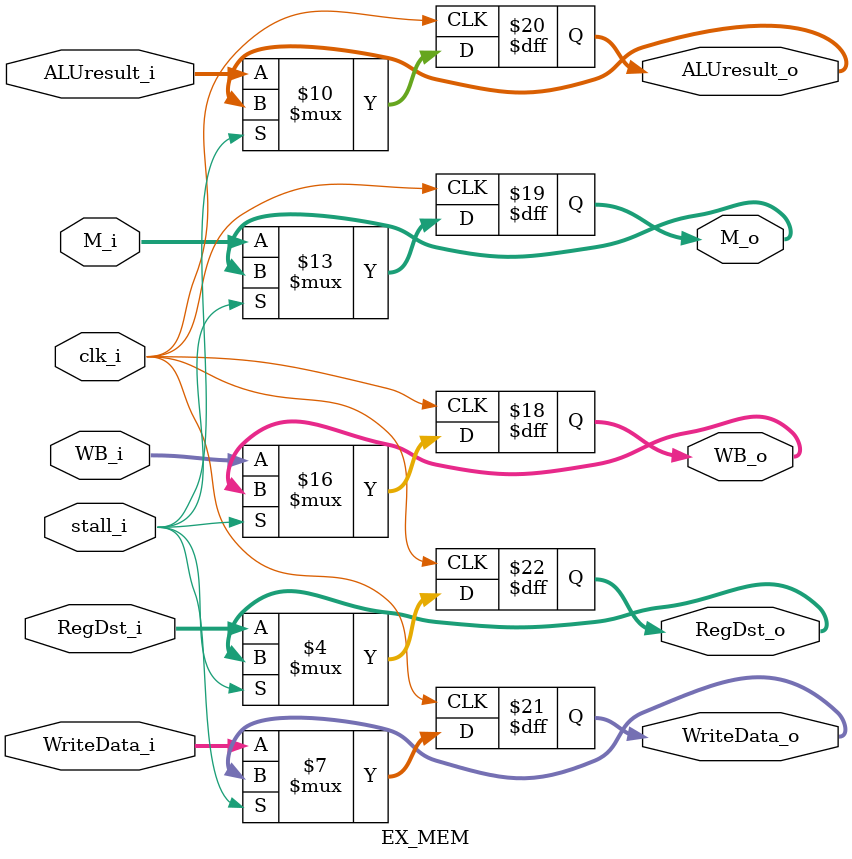
<source format=v>
module EX_MEM(
    clk_i,
    stall_i,
    WB_i,
    M_i,
    ALUresult_i,
    WriteData_i,
    RegDst_i,
    WB_o,
    M_o,
    ALUresult_o,
    WriteData_o,
    RegDst_o
);

// port
input           clk_i, stall_i;
input   [1:0]   WB_i;
input   [1:0]   M_i;
input   [31:0]  ALUresult_i;
input   [31:0]  WriteData_i;
input   [4:0]   RegDst_i;
output  reg [1:0]   WB_o;
output  reg [1:0]   M_o;
output  reg [31:0]  ALUresult_o;
output  reg [31:0]  WriteData_o;
output  reg [4:0]   RegDst_o;

initial begin
    WB_o <= 0;
    M_o <= 0;
    ALUresult_o <= 0;
    WriteData_o <= 0;
    RegDst_o <= 0;
end

always@(posedge clk_i) begin
    if (stall_i) begin
        WB_o <= WB_o;
        M_o <= M_o;
        ALUresult_o <= ALUresult_o;
        WriteData_o <= WriteData_o;
        RegDst_o <= RegDst_o;
    end
    else begin
        WB_o <= WB_i;
        M_o <= M_i;
        ALUresult_o <= ALUresult_i;
        WriteData_o <= WriteData_i;
        RegDst_o <= RegDst_i;
    end
end

endmodule // EX_MEM

</source>
